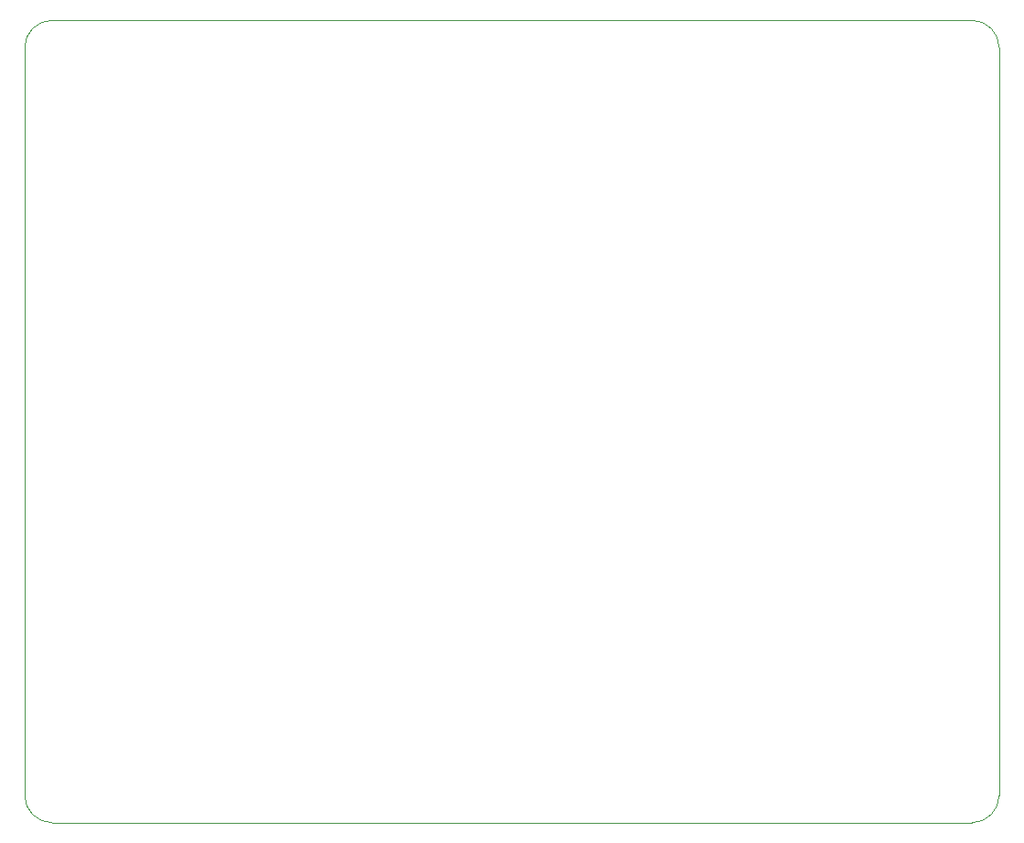
<source format=gbr>
G04 #@! TF.GenerationSoftware,KiCad,Pcbnew,(5.1.4-0-10_14)*
G04 #@! TF.CreationDate,2021-10-12T10:54:56-04:00*
G04 #@! TF.ProjectId,doublemagfixture,646f7562-6c65-46d6-9167-666978747572,rev?*
G04 #@! TF.SameCoordinates,Original*
G04 #@! TF.FileFunction,Profile,NP*
%FSLAX46Y46*%
G04 Gerber Fmt 4.6, Leading zero omitted, Abs format (unit mm)*
G04 Created by KiCad (PCBNEW (5.1.4-0-10_14)) date 2021-10-12 10:54:56*
%MOMM*%
%LPD*%
G04 APERTURE LIST*
%ADD10C,0.050000*%
G04 APERTURE END LIST*
D10*
X3175000Y-74930000D02*
G75*
G02X635000Y-72390000I0J2540000D01*
G01*
X90805000Y-72390000D02*
G75*
G02X88265000Y-74930000I-2540000J0D01*
G01*
X88265000Y-635000D02*
G75*
G02X90805000Y-3175000I0J-2540000D01*
G01*
X635000Y-3175000D02*
G75*
G02X3175000Y-635000I2540000J0D01*
G01*
X88265000Y-635000D02*
X3175000Y-635000D01*
X90805000Y-72390000D02*
X90805000Y-3175000D01*
X3175000Y-74930000D02*
X88265000Y-74930000D01*
X635000Y-3175000D02*
X635000Y-72390000D01*
M02*

</source>
